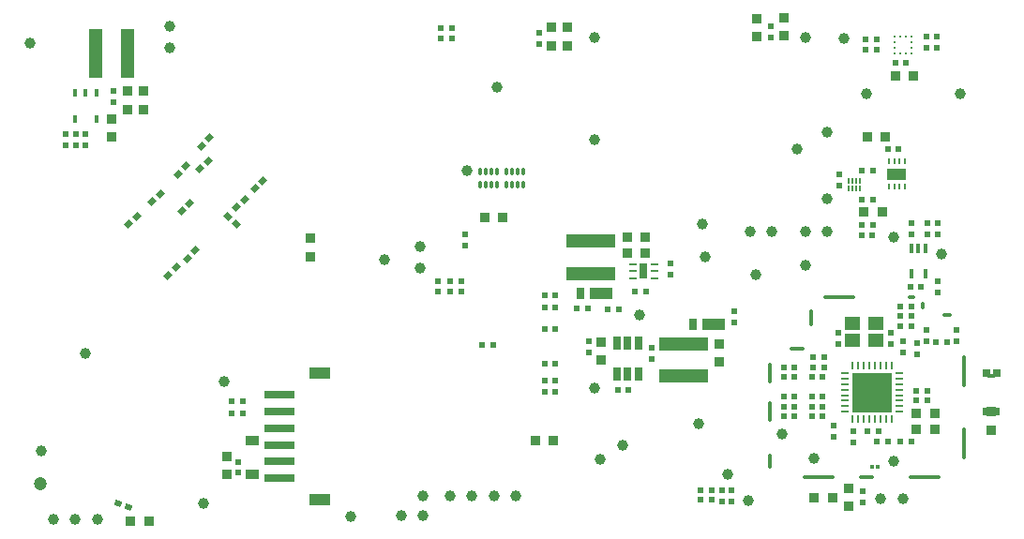
<source format=gbp>
G04 Layer_Color=128*
%FSLAX25Y25*%
%MOIN*%
G70*
G01*
G75*
%ADD20C,0.04724*%
%ADD21R,0.03543X0.03543*%
%ADD22R,0.02362X0.01969*%
%ADD26O,0.11811X0.01378*%
%ADD29O,0.01378X0.07874*%
%ADD37R,0.01969X0.02362*%
%ADD40R,0.07480X0.04331*%
%ADD42C,0.03937*%
G04:AMPARAMS|DCode=45|XSize=19.69mil|YSize=23.62mil|CornerRadius=0mil|HoleSize=0mil|Usage=FLASHONLY|Rotation=45.000|XOffset=0mil|YOffset=0mil|HoleType=Round|Shape=Rectangle|*
%AMROTATEDRECTD45*
4,1,4,0.00139,-0.01531,-0.01531,0.00139,-0.00139,0.01531,0.01531,-0.00139,0.00139,-0.01531,0.0*
%
%ADD45ROTATEDRECTD45*%

%ADD46R,0.03543X0.03543*%
%ADD51R,0.17323X0.05118*%
%ADD52O,0.01200X0.03100*%
%ADD60R,0.05118X0.17323*%
%ADD66R,0.04724X0.03347*%
%ADD68R,0.01378X0.01378*%
%ADD69R,0.00984X0.02165*%
%ADD70R,0.06693X0.03937*%
%ADD102O,0.01378X0.05906*%
%ADD103O,0.05512X0.01378*%
%ADD104O,0.01378X0.06496*%
%ADD105O,0.03150X0.01378*%
%ADD106O,0.01378X0.03150*%
%ADD107O,0.03543X0.01378*%
%ADD108O,0.01378X0.11811*%
%ADD109O,0.05906X0.01378*%
%ADD110R,0.00787X0.02087*%
%ADD111R,0.02500X0.05000*%
%ADD112R,0.05512X0.04724*%
%ADD113R,0.02559X0.00945*%
%ADD114R,0.03150X0.05512*%
G04:AMPARAMS|DCode=115|XSize=19.69mil|YSize=23.62mil|CornerRadius=0mil|HoleSize=0mil|Usage=FLASHONLY|Rotation=70.000|XOffset=0mil|YOffset=0mil|HoleType=Round|Shape=Rectangle|*
%AMROTATEDRECTD115*
4,1,4,0.00773,-0.01329,-0.01447,-0.00521,-0.00773,0.01329,0.01447,0.00521,0.00773,-0.01329,0.0*
%
%ADD115ROTATEDRECTD115*%

G04:AMPARAMS|DCode=116|XSize=19.69mil|YSize=23.62mil|CornerRadius=0mil|HoleSize=0mil|Usage=FLASHONLY|Rotation=315.000|XOffset=0mil|YOffset=0mil|HoleType=Round|Shape=Rectangle|*
%AMROTATEDRECTD116*
4,1,4,-0.01531,-0.00139,0.00139,0.01531,0.01531,0.00139,-0.00139,-0.01531,-0.01531,-0.00139,0.0*
%
%ADD116ROTATEDRECTD116*%

%ADD117R,0.10630X0.02756*%
%ADD118R,0.01575X0.02756*%
%ADD119R,0.03150X0.01575*%
%ADD120R,0.02559X0.03150*%
%ADD121R,0.06299X0.03150*%
%ADD122R,0.01575X0.03543*%
%ADD123R,0.00984X0.01083*%
%ADD124R,0.01083X0.00984*%
%ADD125R,0.03150X0.04331*%
%ADD126R,0.07874X0.04331*%
%ADD127R,0.14173X0.14173*%
%ADD128O,0.00984X0.03150*%
%ADD129O,0.03150X0.00984*%
D20*
X-328695Y18699D02*
D03*
D21*
X-146115Y33883D02*
D03*
X-152615D02*
D03*
X-18195Y163783D02*
D03*
X-24695D02*
D03*
X-17097Y43700D02*
D03*
X-10597D02*
D03*
X-170652Y113331D02*
D03*
X-164152D02*
D03*
X-289952Y5331D02*
D03*
X-296452D02*
D03*
X-10597Y38100D02*
D03*
X-17097D02*
D03*
X-29296Y115300D02*
D03*
X-35796D02*
D03*
X-46944Y13599D02*
D03*
X-53444D02*
D03*
X-119997Y100800D02*
D03*
X-113496D02*
D03*
Y106300D02*
D03*
X-119997D02*
D03*
X-28250Y142000D02*
D03*
X-34750D02*
D03*
D22*
X-60479Y42631D02*
D03*
X-64416D02*
D03*
X-60479Y46131D02*
D03*
X-64416D02*
D03*
X-60479Y56631D02*
D03*
X-64416D02*
D03*
X-60479Y60131D02*
D03*
X-64416D02*
D03*
X-49922Y63617D02*
D03*
X-53859D02*
D03*
X-13278Y48200D02*
D03*
X-17215D02*
D03*
X-34598Y37299D02*
D03*
X-30661D02*
D03*
X-22763Y74799D02*
D03*
X-18826D02*
D03*
Y78199D02*
D03*
X-22763D02*
D03*
X-31315Y33600D02*
D03*
X-27378D02*
D03*
X-32678Y119800D02*
D03*
X-36615D02*
D03*
X-32678Y130100D02*
D03*
X-36615Y130100D02*
D03*
X-19078Y33600D02*
D03*
X-23015D02*
D03*
X-60478Y49631D02*
D03*
X-64415D02*
D03*
X-49940Y60154D02*
D03*
X-53877D02*
D03*
X-50433Y56631D02*
D03*
X-54370D02*
D03*
X-50433Y49631D02*
D03*
X-54370D02*
D03*
X-50433Y46131D02*
D03*
X-54370D02*
D03*
X-50433Y42631D02*
D03*
X-54370D02*
D03*
X-6226Y69099D02*
D03*
X-10163D02*
D03*
X-113378Y86900D02*
D03*
X-117315D02*
D03*
X-260633Y43783D02*
D03*
X-256696D02*
D03*
X-17215Y51700D02*
D03*
X-13278D02*
D03*
X-171533Y68083D02*
D03*
X-167596D02*
D03*
X-149370Y61331D02*
D03*
X-145433D02*
D03*
Y73783D02*
D03*
X-149370D02*
D03*
Y81483D02*
D03*
X-145433D02*
D03*
Y85683D02*
D03*
X-149370D02*
D03*
Y51331D02*
D03*
X-145433D02*
D03*
X-260563Y47899D02*
D03*
X-256626D02*
D03*
X-149370Y55331D02*
D03*
X-145433D02*
D03*
X-31176Y173000D02*
D03*
X-35113D02*
D03*
X-31176Y176583D02*
D03*
X-35113D02*
D03*
X-22763Y81499D02*
D03*
X-18826D02*
D03*
X-89933Y16331D02*
D03*
X-93870D02*
D03*
X-93870Y12831D02*
D03*
X-89933D02*
D03*
X-186215Y180600D02*
D03*
X-182278D02*
D03*
X-186215Y176900D02*
D03*
X-182278D02*
D03*
X-19368Y88600D02*
D03*
X-15431D02*
D03*
X-20776Y168283D02*
D03*
X-24713D02*
D03*
X-137815Y80900D02*
D03*
X-133878D02*
D03*
X-126915Y80800D02*
D03*
X-122978D02*
D03*
X-123413Y52083D02*
D03*
X-119476D02*
D03*
X-32678Y110800D02*
D03*
X-36615D02*
D03*
X-32778Y107000D02*
D03*
X-36715D02*
D03*
X-27371Y137499D02*
D03*
X-23434D02*
D03*
D26*
X-44488Y85039D02*
D03*
X-14173Y20866D02*
D03*
X-51968D02*
D03*
D29*
X-69291Y44488D02*
D03*
Y57874D02*
D03*
D37*
X-9600Y107332D02*
D03*
Y111268D02*
D03*
X-44646Y128668D02*
D03*
Y124732D02*
D03*
X-39746Y33231D02*
D03*
Y37168D02*
D03*
X-46446Y35331D02*
D03*
Y39268D02*
D03*
X-36395Y16068D02*
D03*
Y12131D02*
D03*
X-44794Y72268D02*
D03*
Y68331D02*
D03*
X-26094Y68331D02*
D03*
Y72268D02*
D03*
X-2795Y69331D02*
D03*
Y73268D02*
D03*
X-13495Y69231D02*
D03*
Y73168D02*
D03*
X-82902Y12362D02*
D03*
Y16299D02*
D03*
X-86402Y12362D02*
D03*
Y16299D02*
D03*
X-151247Y178969D02*
D03*
Y175031D02*
D03*
X-258147Y26469D02*
D03*
Y22532D02*
D03*
X-177645Y107343D02*
D03*
Y103405D02*
D03*
X-21846Y69368D02*
D03*
Y65431D02*
D03*
X-182902Y86862D02*
D03*
Y90799D02*
D03*
X-178902D02*
D03*
Y86862D02*
D03*
X-187402D02*
D03*
Y90799D02*
D03*
X-312545Y142851D02*
D03*
Y138914D02*
D03*
X-302645Y154306D02*
D03*
Y158242D02*
D03*
X-68902Y177362D02*
D03*
Y181299D02*
D03*
X-319545Y138937D02*
D03*
Y142874D02*
D03*
X-316045Y142874D02*
D03*
Y138937D02*
D03*
X-81902Y76115D02*
D03*
Y80052D02*
D03*
X-16794Y64631D02*
D03*
Y68568D02*
D03*
X-13545Y177651D02*
D03*
Y173714D02*
D03*
X-10045D02*
D03*
Y177651D02*
D03*
X-104746Y93132D02*
D03*
Y97069D02*
D03*
X-111330Y66968D02*
D03*
Y63031D02*
D03*
X-133602Y69179D02*
D03*
Y65242D02*
D03*
X-18954Y107332D02*
D03*
X-18954Y111268D02*
D03*
X-9500Y90668D02*
D03*
Y86731D02*
D03*
X-13200Y111268D02*
D03*
Y107332D02*
D03*
D40*
X-229134Y57874D02*
D03*
Y12992D02*
D03*
D42*
X-166347Y159500D02*
D03*
X-76772Y12598D02*
D03*
X-25100Y106200D02*
D03*
X-22048Y13386D02*
D03*
X-48819Y120079D02*
D03*
X-192520Y14173D02*
D03*
X-183071D02*
D03*
X-175197D02*
D03*
X-167323D02*
D03*
X-94488Y40157D02*
D03*
X-56693Y108268D02*
D03*
X-332283Y175197D02*
D03*
X-29921Y13386D02*
D03*
X-328346Y30225D02*
D03*
X-159449Y14173D02*
D03*
X-8400Y100200D02*
D03*
X-48819Y143701D02*
D03*
X-59449Y137795D02*
D03*
X-42913Y177076D02*
D03*
X-263386Y55118D02*
D03*
X-270746Y11800D02*
D03*
X-56693Y177165D02*
D03*
X-35039Y157480D02*
D03*
X-93307Y111024D02*
D03*
X-121653Y32283D02*
D03*
X-1575Y157480D02*
D03*
X-84252Y22047D02*
D03*
X-206299Y98425D02*
D03*
X-92126Y99213D02*
D03*
X-193701Y103150D02*
D03*
Y95276D02*
D03*
X-176772Y129921D02*
D03*
X-68504Y108268D02*
D03*
X-131496Y140945D02*
D03*
Y177165D02*
D03*
X-115748Y78740D02*
D03*
X-56693Y96457D02*
D03*
X-53543Y27559D02*
D03*
X-25197Y26772D02*
D03*
X-64961Y36220D02*
D03*
X-48819Y108268D02*
D03*
X-312598Y64961D02*
D03*
X-76378Y108268D02*
D03*
X-200394Y7391D02*
D03*
X-74410Y92913D02*
D03*
X-218110Y6997D02*
D03*
X-131496Y52666D02*
D03*
X-192520Y7391D02*
D03*
X-308268Y5906D02*
D03*
X-316142D02*
D03*
X-324016D02*
D03*
X-129528Y27165D02*
D03*
X-282677Y173532D02*
D03*
Y181406D02*
D03*
D45*
X-261835Y113782D02*
D03*
X-259051Y110998D02*
D03*
D46*
X-41146Y10644D02*
D03*
Y17144D02*
D03*
X9449Y37695D02*
D03*
Y44195D02*
D03*
X-141347Y174450D02*
D03*
Y180950D02*
D03*
X-146846D02*
D03*
Y174450D02*
D03*
X-232465Y99433D02*
D03*
Y105933D02*
D03*
X-262246Y21950D02*
D03*
Y28450D02*
D03*
X-303145Y141924D02*
D03*
Y148424D02*
D03*
X-297645Y158224D02*
D03*
Y151724D02*
D03*
X-73902Y177581D02*
D03*
Y184081D02*
D03*
X-64402Y177833D02*
D03*
Y184333D02*
D03*
X-292045Y151824D02*
D03*
Y158324D02*
D03*
X-87302Y61960D02*
D03*
Y68460D02*
D03*
X-129202Y62660D02*
D03*
Y69160D02*
D03*
D51*
X-132846Y93491D02*
D03*
Y104909D02*
D03*
X-99802Y68319D02*
D03*
Y56902D02*
D03*
D52*
X-156992Y129544D02*
D03*
X-158961D02*
D03*
X-160929D02*
D03*
X-162898D02*
D03*
Y125096D02*
D03*
X-160929D02*
D03*
X-158961D02*
D03*
X-156992D02*
D03*
X-166392Y129544D02*
D03*
X-168361D02*
D03*
X-170329D02*
D03*
X-172298D02*
D03*
Y125096D02*
D03*
X-170329D02*
D03*
X-168361D02*
D03*
X-166392D02*
D03*
D60*
X-308854Y171674D02*
D03*
X-297436D02*
D03*
D66*
X-253246Y34004D02*
D03*
Y21996D02*
D03*
D68*
X-30857Y24600D02*
D03*
X-32943D02*
D03*
D69*
X-21147Y133426D02*
D03*
X-23116Y133426D02*
D03*
X-25084D02*
D03*
X-27053Y133426D02*
D03*
Y124174D02*
D03*
X-25084D02*
D03*
X-23116D02*
D03*
X-21147D02*
D03*
D70*
X-24100Y128800D02*
D03*
D102*
X-69291Y26772D02*
D03*
D103*
X-59449Y66535D02*
D03*
D104*
X-54724Y77559D02*
D03*
D105*
X-18898Y85039D02*
D03*
D106*
X-14961Y81890D02*
D03*
D107*
X-6299Y78740D02*
D03*
D108*
X-394Y58661D02*
D03*
Y33071D02*
D03*
D109*
X-35039Y20866D02*
D03*
D110*
X-37279Y123781D02*
D03*
X-38658D02*
D03*
X-40035D02*
D03*
X-41413D02*
D03*
Y126419D02*
D03*
X-40035D02*
D03*
X-38658D02*
D03*
X-37279D02*
D03*
D111*
X-119802Y68710D02*
D03*
X-116062D02*
D03*
Y57510D02*
D03*
X-119802D02*
D03*
X-123542D02*
D03*
Y68710D02*
D03*
D112*
X-31495Y69694D02*
D03*
X-39762D02*
D03*
Y75599D02*
D03*
X-31495D02*
D03*
D113*
X-118085Y96759D02*
D03*
Y94200D02*
D03*
Y91641D02*
D03*
X-110408D02*
D03*
Y94200D02*
D03*
Y96759D02*
D03*
D114*
X-114246Y94200D02*
D03*
D115*
X-300851Y11584D02*
D03*
X-297152Y10237D02*
D03*
D116*
X-271335Y138800D02*
D03*
X-268551Y141584D02*
D03*
X-271834Y130500D02*
D03*
X-269051Y133284D02*
D03*
X-256051Y119784D02*
D03*
X-258835Y117000D02*
D03*
X-249551Y126284D02*
D03*
X-252334Y123500D02*
D03*
X-294389Y113650D02*
D03*
X-297173Y110866D02*
D03*
X-288835Y119000D02*
D03*
X-286051Y121784D02*
D03*
X-275551Y118284D02*
D03*
X-278334Y115500D02*
D03*
X-276323Y98781D02*
D03*
X-273539Y101565D02*
D03*
X-283102Y92732D02*
D03*
X-280319Y95516D02*
D03*
X-276843Y131584D02*
D03*
X-279626Y128800D02*
D03*
D117*
X-243701Y50196D02*
D03*
Y44291D02*
D03*
Y38385D02*
D03*
Y32480D02*
D03*
Y26574D02*
D03*
Y20669D02*
D03*
D118*
X-316185Y148225D02*
D03*
X-308508D02*
D03*
X-308705Y157674D02*
D03*
X-312445D02*
D03*
X-316185D02*
D03*
D119*
X9449Y57087D02*
D03*
D120*
X11319Y57874D02*
D03*
X7579Y57874D02*
D03*
D121*
X9449Y44488D02*
D03*
D122*
X-19013Y93471D02*
D03*
X-13894D02*
D03*
X-13894Y102329D02*
D03*
X-16454Y102329D02*
D03*
X-19013Y102329D02*
D03*
D123*
X-24898Y177635D02*
D03*
X-22929D02*
D03*
X-20961D02*
D03*
X-18992D02*
D03*
Y171730D02*
D03*
X-20961D02*
D03*
X-22929D02*
D03*
X-24898D02*
D03*
D124*
X-18992Y175667D02*
D03*
X-18992Y173698D02*
D03*
X-24898Y173699D02*
D03*
Y175667D02*
D03*
D125*
X-136687Y86300D02*
D03*
X-96642Y75410D02*
D03*
D126*
X-129206Y86300D02*
D03*
X-89161Y75410D02*
D03*
D127*
X-32902Y51131D02*
D03*
D128*
X-26012Y60678D02*
D03*
X-27980D02*
D03*
X-29949D02*
D03*
X-31917D02*
D03*
X-33886D02*
D03*
X-35854D02*
D03*
X-37823D02*
D03*
X-39791D02*
D03*
Y41583D02*
D03*
X-37823D02*
D03*
X-35854D02*
D03*
X-33886D02*
D03*
X-31917D02*
D03*
X-29949D02*
D03*
X-27980D02*
D03*
X-26012D02*
D03*
D129*
X-42449Y58021D02*
D03*
Y56052D02*
D03*
Y54084D02*
D03*
Y52115D02*
D03*
Y50146D02*
D03*
Y48178D02*
D03*
Y46209D02*
D03*
Y44241D02*
D03*
X-23354D02*
D03*
Y46209D02*
D03*
Y48178D02*
D03*
Y50146D02*
D03*
Y52115D02*
D03*
Y54084D02*
D03*
Y56052D02*
D03*
Y58021D02*
D03*
M02*

</source>
